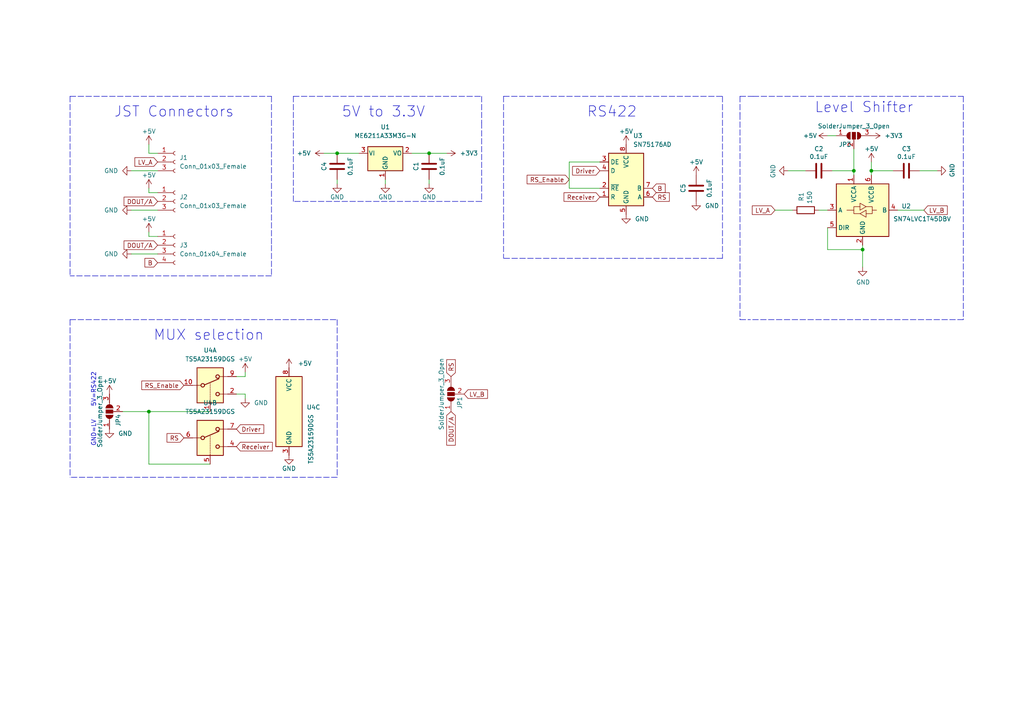
<source format=kicad_sch>
(kicad_sch (version 20211123) (generator eeschema)
  (paper "A4")
  (lib_symbols
    (symbol "Analog_Switch:TS5A23159DGS"
      (property "Reference" "U" (at -5.08 8.89 0))
      (property "Value" "TS5A23159DGS" (at -5.08 6.985 0))
      (symbol "TS5A23159DGS_1_1"
        (rectangle (start -3.81 5.08) (end 3.81 -5.08) (stroke (width 0.254)) (fill (type background)))
        (circle (center -2.159 0) (radius 0.508) (stroke (width 0.254)))
        (polyline (pts (xy -5.08 0) (xy -2.794 0)))
        (polyline (pts (xy -1.651 0.127) (xy 2.54 1.905)) (stroke (width 0.254)))
        (polyline (pts (xy 0 -5.08) (xy 0 -4.572)))
        (polyline (pts (xy 0 -4.318) (xy 0 -4.064)))
        (polyline (pts (xy 0 -3.81) (xy 0 -3.556)))
        (polyline (pts (xy 0 -3.302) (xy 0 -3.048)))
        (polyline (pts (xy 0 -2.794) (xy 0 -2.54)))
        (polyline (pts (xy 0 -2.286) (xy 0 -2.032)))
        (polyline (pts (xy 0 -1.778) (xy 0 -1.524)))
        (polyline (pts (xy 0 -1.27) (xy 0 -1.016)))
        (polyline (pts (xy 0 -0.762) (xy 0 -0.508)))
        (polyline (pts (xy 0 -0.254) (xy 0 0)))
        (polyline (pts (xy 0 0.254) (xy 0 0.508)))
        (polyline (pts (xy 5.08 -2.54) (xy 2.794 -2.54)))
        (polyline (pts (xy 5.08 2.54) (xy 2.794 2.54)))
        (circle (center 2.159 -2.54) (radius 0.508) (stroke (width 0.254)))
        (circle (center 2.159 2.54) (radius 0.508) (stroke (width 0.254)))
        (pin input line (at 0 -7.62 90) (length 2.54) (name "~") (number "1"))
        (pin passive line (at -7.62 0 0) (length 2.54) (name "~") (number "10"))
        (pin passive line (at 7.62 -2.54 180) (length 2.54) (name "~") (number "2"))
        (pin passive line (at 7.62 2.54 180) (length 2.54) (name "~") (number "9"))
      )
      (symbol "TS5A23159DGS_2_1"
        (rectangle (start -3.81 5.08) (end 3.81 -5.08) (stroke (width 0.254)) (fill (type background)))
        (circle (center -2.159 0) (radius 0.508) (stroke (width 0.254)))
        (polyline (pts (xy -5.08 0) (xy -2.794 0)))
        (polyline (pts (xy -1.651 0.127) (xy 2.54 1.905)) (stroke (width 0.254)))
        (polyline (pts (xy 0 -5.08) (xy 0 -4.572)))
        (polyline (pts (xy 0 -4.318) (xy 0 -4.064)))
        (polyline (pts (xy 0 -3.81) (xy 0 -3.556)))
        (polyline (pts (xy 0 -3.302) (xy 0 -3.048)))
        (polyline (pts (xy 0 -2.794) (xy 0 -2.54)))
        (polyline (pts (xy 0 -2.286) (xy 0 -2.032)))
        (polyline (pts (xy 0 -1.778) (xy 0 -1.524)))
        (polyline (pts (xy 0 -1.27) (xy 0 -1.016)))
        (polyline (pts (xy 0 -0.762) (xy 0 -0.508)))
        (polyline (pts (xy 0 -0.254) (xy 0 0)))
        (polyline (pts (xy 0 0.254) (xy 0 0.508)))
        (polyline (pts (xy 5.08 -2.54) (xy 2.794 -2.54)))
        (polyline (pts (xy 5.08 2.54) (xy 2.794 2.54)))
        (circle (center 2.159 -2.54) (radius 0.508) (stroke (width 0.254)))
        (circle (center 2.159 2.54) (radius 0.508) (stroke (width 0.254)))
        (pin passive line (at 7.62 -2.54 180) (length 2.54) (name "~") (number "4"))
        (pin input line (at 0 -7.62 90) (length 2.54) (name "~") (number "5"))
        (pin passive line (at -7.62 0 0) (length 2.54) (name "~") (number "6"))
        (pin passive line (at 7.62 2.54 180) (length 2.54) (name "~") (number "7"))
      )
      (symbol "TS5A23159DGS_3_1"
        (rectangle (start -3.81 10.16) (end 3.81 -10.16) (stroke (width 0.254)) (fill (type background)))
        (pin power_in line (at 0 -12.7 90) (length 2.54) (name "GND") (number "3"))
        (pin power_in line (at 0 12.7 270) (length 2.54) (name "VCC") (number "8"))
      )
    )
    (symbol "Connector:Conn_01x03_Female" (pin_names (offset 1.016) hide)
      (property "Reference" "J" (at 0 5.08 0))
      (property "Value" "Conn_01x03_Female" (at 0 -5.08 0))
      (symbol "Conn_01x03_Female_1_1"
        (arc (start 0 -2.032) (mid -0.508 -2.54) (end 0 -3.048) (stroke (width 0.1524)))
        (polyline (pts (xy -1.27 -2.54) (xy -0.508 -2.54)) (stroke (width 0.1524)))
        (polyline (pts (xy -1.27 0) (xy -0.508 0)) (stroke (width 0.1524)))
        (polyline (pts (xy -1.27 2.54) (xy -0.508 2.54)) (stroke (width 0.1524)))
        (arc (start 0 0.508) (mid -0.508 0) (end 0 -0.508) (stroke (width 0.1524)))
        (arc (start 0 3.048) (mid -0.508 2.54) (end 0 2.032) (stroke (width 0.1524)))
        (pin passive line (at -5.08 2.54 0) (length 3.81) (name "Pin_1") (number "1"))
        (pin passive line (at -5.08 0 0) (length 3.81) (name "Pin_2") (number "2"))
        (pin passive line (at -5.08 -2.54 0) (length 3.81) (name "Pin_3") (number "3"))
      )
    )
    (symbol "Connector:Conn_01x04_Female" (pin_names (offset 1.016) hide)
      (property "Reference" "J" (at 0 5.08 0))
      (property "Value" "Conn_01x04_Female" (at 0 -7.62 0))
      (symbol "Conn_01x04_Female_1_1"
        (arc (start 0 -4.572) (mid -0.508 -5.08) (end 0 -5.588) (stroke (width 0.1524)))
        (arc (start 0 -2.032) (mid -0.508 -2.54) (end 0 -3.048) (stroke (width 0.1524)))
        (polyline (pts (xy -1.27 -5.08) (xy -0.508 -5.08)) (stroke (width 0.1524)))
        (polyline (pts (xy -1.27 -2.54) (xy -0.508 -2.54)) (stroke (width 0.1524)))
        (polyline (pts (xy -1.27 0) (xy -0.508 0)) (stroke (width 0.1524)))
        (polyline (pts (xy -1.27 2.54) (xy -0.508 2.54)) (stroke (width 0.1524)))
        (arc (start 0 0.508) (mid -0.508 0) (end 0 -0.508) (stroke (width 0.1524)))
        (arc (start 0 3.048) (mid -0.508 2.54) (end 0 2.032) (stroke (width 0.1524)))
        (pin passive line (at -5.08 2.54 0) (length 3.81) (name "Pin_1") (number "1"))
        (pin passive line (at -5.08 0 0) (length 3.81) (name "Pin_2") (number "2"))
        (pin passive line (at -5.08 -2.54 0) (length 3.81) (name "Pin_3") (number "3"))
        (pin passive line (at -5.08 -5.08 0) (length 3.81) (name "Pin_4") (number "4"))
      )
    )
    (symbol "Device:C" (pin_numbers hide) (pin_names (offset 0.254))
      (property "Reference" "C" (at 0.635 2.54 0))
      (property "Value" "C" (at 0.635 -2.54 0))
      (symbol "C_0_1"
        (polyline (pts (xy -2.032 -0.762) (xy 2.032 -0.762)) (stroke (width 0.508)))
        (polyline (pts (xy -2.032 0.762) (xy 2.032 0.762)) (stroke (width 0.508)))
      )
      (symbol "C_1_1"
        (pin passive line (at 0 3.81 270) (length 2.794) (name "~") (number "1"))
        (pin passive line (at 0 -3.81 90) (length 2.794) (name "~") (number "2"))
      )
    )
    (symbol "Device:R" (pin_numbers hide) (pin_names (offset 0))
      (property "Reference" "R" (at 2.032 0 90))
      (property "Value" "R" (at 0 0 90))
      (symbol "R_0_1"
        (rectangle (start -1.016 -2.54) (end 1.016 2.54) (stroke (width 0.254)))
      )
      (symbol "R_1_1"
        (pin passive line (at 0 3.81 270) (length 1.27) (name "~") (number "1"))
        (pin passive line (at 0 -3.81 90) (length 1.27) (name "~") (number "2"))
      )
    )
    (symbol "Interface_UART:SN75176AD"
      (property "Reference" "U" (at -4.318 8.89 0))
      (property "Value" "SN75176AD" (at 1.016 8.89 0))
      (symbol "SN75176AD_0_1"
        (rectangle (start -5.08 7.62) (end 5.08 -7.62) (stroke (width 0.254)) (fill (type background)))
      )
      (symbol "SN75176AD_1_1"
        (pin output line (at -7.62 -5.08 0) (length 2.54) (name "R") (number "1"))
        (pin input line (at -7.62 -2.54 0) (length 2.54) (name "~{RE}") (number "2"))
        (pin input line (at -7.62 5.08 0) (length 2.54) (name "DE") (number "3"))
        (pin input line (at -7.62 2.54 0) (length 2.54) (name "D") (number "4"))
        (pin power_in line (at 0 -10.16 90) (length 2.54) (name "GND") (number "5"))
        (pin bidirectional line (at 7.62 -5.08 180) (length 2.54) (name "A") (number "6"))
        (pin bidirectional line (at 7.62 -2.54 180) (length 2.54) (name "B") (number "7"))
        (pin power_in line (at 0 10.16 270) (length 2.54) (name "VCC") (number "8"))
      )
    )
    (symbol "Jumper:SolderJumper_3_Open" (pin_names (offset 0) hide)
      (property "Reference" "JP" (at -2.54 -2.54 0))
      (property "Value" "SolderJumper_3_Open" (at 0 2.794 0))
      (symbol "SolderJumper_3_Open_0_1"
        (arc (start -1.016 1.016) (mid -2.032 0) (end -1.016 -1.016))
        (arc (start -1.016 1.016) (mid -2.032 0) (end -1.016 -1.016) (fill (type outline)))
        (rectangle (start -0.508 1.016) (end 0.508 -1.016) (fill (type outline)))
        (polyline (pts (xy -2.54 0) (xy -2.032 0)))
        (polyline (pts (xy -1.016 1.016) (xy -1.016 -1.016)))
        (polyline (pts (xy 0 -1.27) (xy 0 -1.016)))
        (polyline (pts (xy 1.016 1.016) (xy 1.016 -1.016)))
        (polyline (pts (xy 2.54 0) (xy 2.032 0)))
        (arc (start 1.016 -1.016) (mid 2.032 0) (end 1.016 1.016))
        (arc (start 1.016 -1.016) (mid 2.032 0) (end 1.016 1.016) (fill (type outline)))
      )
      (symbol "SolderJumper_3_Open_1_1"
        (pin passive line (at -5.08 0 0) (length 2.54) (name "A") (number "1"))
        (pin input line (at 0 -3.81 90) (length 2.54) (name "C") (number "2"))
        (pin passive line (at 5.08 0 180) (length 2.54) (name "B") (number "3"))
      )
    )
    (symbol "Logic_LevelTranslator:SN74LVC1T45DBV"
      (property "Reference" "U" (at -6.35 8.89 0))
      (property "Value" "SN74LVC1T45DBV" (at 3.81 8.89 0))
      (symbol "SN74LVC1T45DBV_0_1"
        (rectangle (start -7.62 7.62) (end 7.62 -7.62) (stroke (width 0.254)) (fill (type background)))
        (polyline (pts (xy -2.54 0) (xy -2.54 1.016) (xy -0.762 1.016)))
        (polyline (pts (xy 2.794 0) (xy 2.794 -1.016) (xy 1.016 -1.016)))
        (polyline (pts (xy -0.762 -1.016) (xy -2.54 -1.016) (xy -2.54 0) (xy -4.572 0)))
        (polyline (pts (xy -0.762 0) (xy -0.762 2.032) (xy 1.016 1.016) (xy -0.762 0)))
        (polyline (pts (xy 1.016 1.016) (xy 2.794 1.016) (xy 2.794 0) (xy 4.064 0)))
        (polyline (pts (xy 1.016 0) (xy 1.016 -1.778) (xy 1.016 -2.032) (xy -0.762 -1.016) (xy 1.016 0)))
      )
      (symbol "SN74LVC1T45DBV_1_1"
        (pin power_in line (at -2.54 10.16 270) (length 2.54) (name "VCCA") (number "1"))
        (pin power_in line (at 0 -10.16 90) (length 2.54) (name "GND") (number "2"))
        (pin bidirectional line (at -10.16 0 0) (length 2.54) (name "A") (number "3"))
        (pin bidirectional line (at 10.16 0 180) (length 2.54) (name "B") (number "4"))
        (pin input line (at -10.16 -5.08 0) (length 2.54) (name "DIR") (number "5"))
        (pin power_in line (at 2.54 10.16 270) (length 2.54) (name "VCCB") (number "6"))
      )
    )
    (symbol "Regulator_Linear:AMS1117CD-3.3" (pin_names (offset 0.254))
      (property "Reference" "U" (at -3.81 3.175 0))
      (property "Value" "AMS1117CD-3.3" (at 0 3.175 0))
      (symbol "AMS1117CD-3.3_0_1"
        (rectangle (start -5.08 -5.08) (end 5.08 1.905) (stroke (width 0.254)) (fill (type background)))
      )
      (symbol "AMS1117CD-3.3_1_1"
        (pin power_in line (at 0 -7.62 90) (length 2.54) (name "GND") (number "1"))
        (pin power_out line (at 7.62 0 180) (length 2.54) (name "VO") (number "2"))
        (pin power_in line (at -7.62 0 0) (length 2.54) (name "VI") (number "3"))
      )
    )
    (symbol "power:+3.3V" (power) (pin_names (offset 0))
      (property "Value" "+3.3V" (at 0 3.556 0))
      (symbol "+3.3V_0_1"
        (polyline (pts (xy -0.762 1.27) (xy 0 2.54)))
        (polyline (pts (xy 0 0) (xy 0 2.54)))
        (polyline (pts (xy 0 2.54) (xy 0.762 1.27)))
      )
      (symbol "+3.3V_1_1"
        (pin power_in line (at 0 0 90) (length 0) hide (name "+3V3") (number "1"))
      )
    )
    (symbol "power:+3V3" (power) (pin_names (offset 0))
      (property "Value" "+3V3" (at 0 3.556 0))
      (symbol "+3V3_0_1"
        (polyline (pts (xy -0.762 1.27) (xy 0 2.54)))
        (polyline (pts (xy 0 0) (xy 0 2.54)))
        (polyline (pts (xy 0 2.54) (xy 0.762 1.27)))
      )
      (symbol "+3V3_1_1"
        (pin power_in line (at 0 0 90) (length 0) hide (name "+3V3") (number "1"))
      )
    )
    (symbol "power:+5V" (power) (pin_names (offset 0))
      (property "Value" "+5V" (at 0 3.556 0))
      (symbol "+5V_0_1"
        (polyline (pts (xy -0.762 1.27) (xy 0 2.54)))
        (polyline (pts (xy 0 0) (xy 0 2.54)))
        (polyline (pts (xy 0 2.54) (xy 0.762 1.27)))
      )
      (symbol "+5V_1_1"
        (pin power_in line (at 0 0 90) (length 0) hide (name "+5V") (number "1"))
      )
    )
    (symbol "power:GND" (power) (pin_names (offset 0))
      (property "Value" "GND" (at 0 -3.81 0))
      (symbol "GND_0_1"
        (polyline (pts (xy 0 0) (xy 0 -1.27) (xy 1.27 -1.27) (xy 0 -2.54) (xy -1.27 -1.27) (xy 0 -1.27)))
      )
      (symbol "GND_1_1"
        (pin power_in line (at 0 0 270) (length 0) hide (name "GND") (number "1"))
      )
    )
  )
  (junction (at 97.79 44.45))
  (junction (at 43.18 119.38))
  (junction (at 247.65 49.53))
  (junction (at 124.46 44.45))
  (junction (at 250.19 72.39))
  (junction (at 252.73 49.53))
  (polyline (pts (xy 20.32 92.71) (xy 20.32 138.43)))
  (wire (pts (xy 97.79 52.07) (xy 97.79 53.34)))
  (wire (pts (xy 240.03 39.37) (xy 242.57 39.37)))
  (wire (pts (xy 247.65 43.18) (xy 247.65 49.53)))
  (wire (pts (xy 45.72 68.58) (xy 43.18 68.58)))
  (wire (pts (xy 124.46 53.34) (xy 124.46 52.07)))
  (wire (pts (xy 224.79 60.96) (xy 229.87 60.96)))
  (polyline (pts (xy 20.32 27.94) (xy 78.74 27.94)))
  (wire (pts (xy 250.19 72.39) (xy 240.03 72.39)))
  (polyline (pts (xy 146.05 27.94) (xy 209.55 27.94)))
  (polyline (pts (xy 214.63 33.02) (xy 214.63 92.71)))
  (polyline (pts (xy 214.63 27.94) (xy 214.63 33.02)))
  (polyline (pts (xy 78.74 71.12) (xy 78.74 80.01)))
  (wire (pts (xy 43.18 44.45) (xy 43.18 41.91)))
  (wire (pts (xy 43.18 55.88) (xy 43.18 54.61)))
  (polyline (pts (xy 20.32 71.12) (xy 20.32 80.01)))
  (wire (pts (xy 43.18 134.62) (xy 60.96 134.62)))
  (polyline (pts (xy 20.32 92.71) (xy 97.79 92.71)))
  (wire (pts (xy 45.72 44.45) (xy 43.18 44.45)))
  (wire (pts (xy 124.46 44.45) (xy 129.54 44.45)))
  (wire (pts (xy 43.18 68.58) (xy 43.18 67.31)))
  (wire (pts (xy 35.56 119.38) (xy 43.18 119.38)))
  (wire (pts (xy 68.58 114.3) (xy 71.12 114.3)))
  (polyline (pts (xy 209.55 27.94) (xy 209.55 74.93)))
  (polyline (pts (xy 97.79 92.71) (xy 97.79 138.43)))
  (wire (pts (xy 111.76 52.07) (xy 111.76 53.34)))
  (wire (pts (xy 71.12 109.22) (xy 68.58 109.22)))
  (polyline (pts (xy 214.63 27.94) (xy 218.44 27.94)))
  (wire (pts (xy 119.38 44.45) (xy 124.46 44.45)))
  (wire (pts (xy 247.65 50.8) (xy 247.65 49.53)))
  (wire (pts (xy 38.1 49.53) (xy 45.72 49.53)))
  (wire (pts (xy 165.1 46.99) (xy 165.1 54.61)))
  (wire (pts (xy 71.12 107.95) (xy 71.12 109.22)))
  (wire (pts (xy 250.19 77.47) (xy 250.19 72.39)))
  (polyline (pts (xy 218.44 27.94) (xy 279.4 27.94)))
  (wire (pts (xy 45.72 55.88) (xy 43.18 55.88)))
  (wire (pts (xy 240.03 72.39) (xy 240.03 66.04)))
  (polyline (pts (xy 85.09 58.42) (xy 85.09 36.83)))
  (polyline (pts (xy 214.63 92.71) (xy 217.17 92.71)))
  (polyline (pts (xy 279.4 27.94) (xy 279.4 33.02)))
  (polyline (pts (xy 85.09 27.94) (xy 139.7 27.94)))
  (polyline (pts (xy 78.74 27.94) (xy 78.74 71.12)))
  (wire (pts (xy 271.78 49.53) (xy 266.7 49.53)))
  (polyline (pts (xy 139.7 27.94) (xy 139.7 35.56)))
  (wire (pts (xy 43.18 119.38) (xy 43.18 134.62)))
  (polyline (pts (xy 209.55 74.93) (xy 146.05 74.93)))
  (wire (pts (xy 38.1 73.66) (xy 45.72 73.66)))
  (polyline (pts (xy 78.74 80.01) (xy 20.32 80.01)))
  (polyline (pts (xy 139.7 35.56) (xy 139.7 58.42)))
  (wire (pts (xy 259.08 49.53) (xy 252.73 49.53)))
  (polyline (pts (xy 146.05 27.94) (xy 146.05 74.93)))
  (polyline (pts (xy 85.09 27.94) (xy 85.09 36.83)))
  (wire (pts (xy 93.98 44.45) (xy 97.79 44.45)))
  (wire (pts (xy 165.1 54.61) (xy 173.99 54.61)))
  (wire (pts (xy 252.73 50.8) (xy 252.73 49.53)))
  (wire (pts (xy 250.19 72.39) (xy 250.19 71.12)))
  (polyline (pts (xy 20.32 27.94) (xy 20.32 71.12)))
  (polyline (pts (xy 97.79 138.43) (xy 20.32 138.43)))
  (wire (pts (xy 237.49 60.96) (xy 240.03 60.96)))
  (wire (pts (xy 165.1 46.99) (xy 173.99 46.99)))
  (wire (pts (xy 97.79 44.45) (xy 104.14 44.45)))
  (polyline (pts (xy 279.4 92.71) (xy 217.17 92.71)))
  (polyline (pts (xy 279.4 33.02) (xy 279.4 92.71)))
  (wire (pts (xy 71.12 114.3) (xy 71.12 115.57)))
  (polyline (pts (xy 139.7 58.42) (xy 85.09 58.42)))
  (wire (pts (xy 260.35 60.96) (xy 267.97 60.96)))
  (wire (pts (xy 60.96 119.38) (xy 43.18 119.38)))
  (wire (pts (xy 38.1 60.96) (xy 45.72 60.96)))
  (wire (pts (xy 247.65 49.53) (xy 241.3 49.53)))
  (wire (pts (xy 228.6 49.53) (xy 233.68 49.53)))
  (wire (pts (xy 252.73 46.99) (xy 252.73 49.53)))
  (text "JST Connectors" (at 33.02 34.29 0) (effects (font (size 3 3)) (justify left bottom)))
  (text "5V=RS422" (at 27.94 118.11 90) (effects (font (size 1.27 1.27)) (justify left bottom)))
  (text "RS422" (at 170.18 34.29 0) (effects (font (size 3 3)) (justify left bottom)))
  (text "GND=LV" (at 27.94 129.54 90) (effects (font (size 1.27 1.27)) (justify left bottom)))
  (text "5V to 3.3V" (at 99.06 34.29 0) (effects (font (size 3 3)) (justify left bottom)))
  (text "Level Shifter" (at 236.22 33.02 0) (effects (font (size 3 3)) (justify left bottom)))
  (text "MUX selection" (at 44.45 99.06 0) (effects (font (size 3 3)) (justify left bottom)))
  (global_label "RS" (shape input) (at 53.34 127 180) (property "Intersheet References" "${INTERSHEET_REFS}" (effects hide)))
  (global_label "LV_B" (shape input) (at 267.97 60.96 0) (property "Intersheet References" "${INTERSHEET_REFS}" (effects hide)))
  (global_label "Driver" (shape input) (at 173.99 49.53 180) (property "Intersheet References" "${INTERSHEET_REFS}" (effects hide)))
  (global_label "LV_B" (shape input) (at 134.62 114.3 0) (property "Intersheet References" "${INTERSHEET_REFS}" (effects hide)))
  (global_label "Driver" (shape input) (at 68.58 124.46 0) (property "Intersheet References" "${INTERSHEET_REFS}" (effects hide)))
  (global_label "LV_A" (shape input) (at 45.72 46.99 180) (property "Intersheet References" "${INTERSHEET_REFS}" (effects hide)))
  (global_label "DOUT{slash}A" (shape input) (at 45.72 71.12 180) (property "Intersheet References" "${INTERSHEET_REFS}" (effects hide)))
  (global_label "LV_A" (shape input) (at 224.79 60.96 180) (property "Intersheet References" "${INTERSHEET_REFS}" (effects hide)))
  (global_label "RS" (shape input) (at 130.81 109.22 90) (property "Intersheet References" "${INTERSHEET_REFS}" (effects hide)))
  (global_label "B" (shape input) (at 189.23 54.61 0) (property "Intersheet References" "${INTERSHEET_REFS}" (effects hide)))
  (global_label "B" (shape input) (at 45.72 76.2 180) (property "Intersheet References" "${INTERSHEET_REFS}" (effects hide)))
  (global_label "RS_Enable" (shape input) (at 165.1 52.07 180) (property "Intersheet References" "${INTERSHEET_REFS}" (effects hide)))
  (global_label "RS" (shape input) (at 189.23 57.15 0) (property "Intersheet References" "${INTERSHEET_REFS}" (effects hide)))
  (global_label "DOUT{slash}A" (shape input) (at 130.81 119.38 270) (property "Intersheet References" "${INTERSHEET_REFS}" (effects hide)))
  (global_label "Receiver" (shape input) (at 68.58 129.54 0) (property "Intersheet References" "${INTERSHEET_REFS}" (effects hide)))
  (global_label "RS_Enable" (shape input) (at 53.34 111.76 180) (property "Intersheet References" "${INTERSHEET_REFS}" (effects hide)))
  (global_label "DOUT{slash}A" (shape input) (at 45.72 58.42 180) (property "Intersheet References" "${INTERSHEET_REFS}" (effects hide)))
  (global_label "Receiver" (shape input) (at 173.99 57.15 180) (property "Intersheet References" "${INTERSHEET_REFS}" (effects hide)))
  (symbol (lib_id "Connector:Conn_01x03_Female") (at 50.8 46.99 0) (unit 1)
    (property "Reference" "J1" (at 52.07 45.7199 0) (effects (justify left)))
    (property "Value" "Conn_01x03_Female" (at 52.07 48.2599 0) (effects (justify left)))
    (property "Footprint" "Connector_JST:JST_EH_B3B-EH-A_1x03_P2.50mm_Vertical" (effects hide))
  )
  (symbol (lib_id "power:+5V") (at 83.82 106.68 0) (unit 1)
    (property "Reference" "#PWR0124" (effects hide))
    (property "Value" "+5V" (at 86.36 105.4099 0) (effects (justify left)))
  )
  (symbol (lib_id "power:GND") (at 38.1 73.66 270) (unit 1)
    (property "Reference" "#PWR0117" (effects hide))
    (property "Value" "GND" (at 34.29 73.6599 90) (effects (justify right)))
  )
  (symbol (lib_id "power:+5V") (at 71.12 107.95 0) (unit 1)
    (property "Reference" "#PWR0120" (effects hide))
    (property "Value" "+5V" (at 71.12 104.14 0))
  )
  (symbol (lib_id "Device:C") (at 97.79 48.26 180) (unit 1)
    (property "Reference" "C4" (at 93.98 48.26 90))
    (property "Value" "0.1uF" (at 101.6 48.26 90))
    (property "Footprint" "Capacitor_SMD:C_0603_1608Metric" (effects hide))
  )
  (symbol (lib_id "power:+5V") (at 201.93 50.8 0) (unit 1)
    (property "Reference" "#PWR0123" (effects hide))
    (property "Value" "+5V" (at 201.93 46.99 0))
  )
  (symbol (lib_id "power:GND") (at 31.75 124.46 0) (unit 1)
    (property "Reference" "#PWR0127" (effects hide))
    (property "Value" "GND" (at 34.29 125.7299 0) (effects (justify left)))
  )
  (symbol (lib_id "Device:C") (at 201.93 54.61 180) (unit 1)
    (property "Reference" "C5" (at 198.12 54.61 90))
    (property "Value" "0.1uF" (at 205.74 54.61 90))
    (property "Footprint" "Capacitor_SMD:C_0603_1608Metric" (effects hide))
  )
  (symbol (lib_id "power:GND") (at 83.82 132.08 0) (unit 1)
    (property "Reference" "#PWR0125" (effects hide))
    (property "Value" "GND" (at 83.82 135.89 0))
  )
  (symbol (lib_id "power:GND") (at 181.61 62.23 0) (unit 1)
    (property "Reference" "#PWR0119" (effects hide))
    (property "Value" "GND" (at 184.15 63.4999 0) (effects (justify left)))
  )
  (symbol (lib_id "Device:C") (at 237.49 49.53 270) (unit 1)
    (property "Reference" "C2" (at 237.49 43.18 90))
    (property "Value" "0.1uF" (at 237.49 45.4406 90))
    (property "Footprint" "Capacitor_SMD:C_0603_1608Metric" (effects hide))
  )
  (symbol (lib_id "Device:C") (at 124.46 48.26 180) (unit 1)
    (property "Reference" "C1" (at 120.65 48.26 90))
    (property "Value" "0.1uF" (at 128.27 48.26 90))
    (property "Footprint" "Capacitor_SMD:C_0603_1608Metric" (effects hide))
  )
  (symbol (lib_id "Analog_Switch:TS5A23159DGS") (at 60.96 111.76 0) (unit 1)
    (property "Reference" "U4" (at 60.96 101.6 0))
    (property "Value" "TS5A23159DGS" (at 60.96 104.14 0))
    (property "Footprint" "Package_SO:VSSOP-10_3x3mm_P0.5mm" (effects hide))
    (property "Datasheet" "http://www.ti.com/lit/ds/symlink/ts5a23159.pdf" (effects hide))
  )
  (symbol (lib_id "power:GND") (at 250.19 77.47 0) (unit 1)
    (property "Reference" "#PWR0110" (effects hide))
    (property "Value" "GND" (at 250.317 81.8642 0))
  )
  (symbol (lib_id "power:+3V3") (at 252.73 39.37 270) (unit 1)
    (property "Reference" "#PWR0106" (effects hide))
    (property "Value" "+3V3" (at 256.54 39.3699 90) (effects (justify left)))
  )
  (symbol (lib_id "power:GND") (at 111.76 53.34 0) (unit 1)
    (property "Reference" "#PWR0114" (effects hide))
    (property "Value" "GND" (at 111.76 57.15 0))
  )
  (symbol (lib_id "power:+3.3V") (at 129.54 44.45 270) (unit 1)
    (property "Reference" "#PWR0112" (effects hide))
    (property "Value" "+3.3V" (at 133.35 44.4499 90) (effects (justify left)))
  )
  (symbol (lib_id "power:GND") (at 124.46 53.34 0) (unit 1)
    (property "Reference" "#PWR0113" (effects hide))
    (property "Value" "GND" (at 124.46 57.15 0))
  )
  (symbol (lib_id "power:GND") (at 71.12 115.57 0) (unit 1)
    (property "Reference" "#PWR0121" (effects hide))
    (property "Value" "GND" (at 73.66 116.8399 0) (effects (justify left)))
  )
  (symbol (lib_id "Jumper:SolderJumper_3_Open") (at 31.75 119.38 90) (unit 1)
    (property "Reference" "JP4" (at 34.29 121.92 0))
    (property "Value" "SolderJumper_3_Open" (at 28.956 119.38 0))
    (property "Footprint" "Jumper:SolderJumper-3_P1.3mm_Open_Pad1.0x1.5mm" (effects hide))
  )
  (symbol (lib_id "Logic_LevelTranslator:SN74LVC1T45DBV") (at 250.19 60.96 0) (unit 1)
    (property "Reference" "U2" (at 261.4676 59.7916 0) (effects (justify left)))
    (property "Value" "SN74LVC1T45DBV" (at 259.08 63.5 0) (effects (justify left)))
    (property "Footprint" "Package_TO_SOT_SMD:SOT-23-6" (effects hide))
    (property "Datasheet" "http://www.ti.com/lit/ds/symlink/sn74lvc1t45.pdf" (effects hide))
  )
  (symbol (lib_id "Jumper:SolderJumper_3_Open") (at 130.81 114.3 90) (unit 1)
    (property "Reference" "JP1" (at 133.35 116.84 0))
    (property "Value" "SolderJumper_3_Open" (at 128.016 114.3 0))
    (property "Footprint" "Jumper:SolderJumper-3_P1.3mm_Open_Pad1.0x1.5mm" (effects hide))
  )
  (symbol (lib_id "power:GND") (at 201.93 58.42 0) (unit 1)
    (property "Reference" "#PWR0122" (effects hide))
    (property "Value" "GND" (at 204.47 59.6899 0) (effects (justify left)))
  )
  (symbol (lib_id "power:GND") (at 271.78 49.53 90) (unit 1)
    (property "Reference" "#PWR0107" (effects hide))
    (property "Value" "GND" (at 276.1742 49.403 0))
  )
  (symbol (lib_id "power:+5V") (at 240.03 39.37 90) (unit 1)
    (property "Reference" "#PWR0109" (effects hide))
    (property "Value" "+5V" (at 234.95 39.37 90))
  )
  (symbol (lib_id "power:+5V") (at 43.18 54.61 0) (unit 1)
    (property "Reference" "#PWR0105" (effects hide))
    (property "Value" "+5V" (at 43.18 50.8 0))
  )
  (symbol (lib_id "power:+5V") (at 93.98 44.45 90) (unit 1)
    (property "Reference" "#PWR0104" (effects hide))
    (property "Value" "+5V" (at 90.17 44.4499 90) (effects (justify left)))
  )
  (symbol (lib_id "power:GND") (at 228.6 49.53 270) (unit 1)
    (property "Reference" "#PWR0111" (effects hide))
    (property "Value" "GND" (at 224.2058 49.657 0))
  )
  (symbol (lib_id "Analog_Switch:TS5A23159DGS") (at 60.96 127 0) (unit 2)
    (property "Reference" "U4" (at 60.96 116.84 0))
    (property "Value" "TS5A23159DGS" (at 60.96 119.38 0))
    (property "Footprint" "Package_SO:VSSOP-10_3x3mm_P0.5mm" (effects hide))
    (property "Datasheet" "http://www.ti.com/lit/ds/symlink/ts5a23159.pdf" (effects hide))
  )
  (symbol (lib_id "Device:R") (at 233.68 60.96 90) (unit 1)
    (property "Reference" "R1" (at 232.41 58.42 0) (effects (justify left)))
    (property "Value" "150" (at 234.823 59.182 0) (effects (justify left)))
    (property "Footprint" "Resistor_SMD:R_0603_1608Metric" (effects hide))
  )
  (symbol (lib_id "power:GND") (at 38.1 60.96 270) (unit 1)
    (property "Reference" "#PWR0101" (effects hide))
    (property "Value" "GND" (at 34.29 60.9599 90) (effects (justify right)))
  )
  (symbol (lib_id "Connector:Conn_01x04_Female") (at 50.8 71.12 0) (unit 1)
    (property "Reference" "J3" (at 52.07 71.1199 0) (effects (justify left)))
    (property "Value" "Conn_01x04_Female" (at 52.07 73.6599 0) (effects (justify left)))
    (property "Footprint" "Connector_JST:JST_EH_B4B-EH-A_1x04_P2.50mm_Vertical" (effects hide))
  )
  (symbol (lib_id "power:GND") (at 97.79 53.34 0) (unit 1)
    (property "Reference" "#PWR0115" (effects hide))
    (property "Value" "GND" (at 97.79 57.15 0))
  )
  (symbol (lib_id "power:+5V") (at 43.18 41.91 0) (unit 1)
    (property "Reference" "#PWR0103" (effects hide))
    (property "Value" "+5V" (at 43.18 38.1 0))
  )
  (symbol (lib_id "Regulator_Linear:AMS1117CD-3.3") (at 111.76 44.45 0) (unit 1)
    (property "Reference" "U1" (at 111.76 36.83 0))
    (property "Value" "ME6211A33M3G-N" (at 111.76 39.37 0))
    (property "Footprint" "Package_TO_SOT_SMD:SOT-23" (effects hide))
    (property "Datasheet" "http://www.advanced-monolithic.com/pdf/ds1117.pdf" (effects hide))
  )
  (symbol (lib_id "power:GND") (at 38.1 49.53 270) (unit 1)
    (property "Reference" "#PWR0102" (effects hide))
    (property "Value" "GND" (at 34.29 49.5299 90) (effects (justify right)))
  )
  (symbol (lib_id "power:+5V") (at 31.75 114.3 0) (unit 1)
    (property "Reference" "#PWR0126" (effects hide))
    (property "Value" "+5V" (at 31.75 110.49 0))
  )
  (symbol (lib_id "power:+5V") (at 43.18 67.31 0) (unit 1)
    (property "Reference" "#PWR0116" (effects hide))
    (property "Value" "+5V" (at 43.18 63.5 0))
  )
  (symbol (lib_id "Analog_Switch:TS5A23159DGS") (at 83.82 119.38 0) (unit 3)
    (property "Reference" "U4" (at 88.9 118.1099 0) (effects (justify left)))
    (property "Value" "TS5A23159DGS" (at 90.17 134.62 90) (effects (justify left)))
    (property "Footprint" "Package_SO:VSSOP-10_3x3mm_P0.5mm" (effects hide))
    (property "Datasheet" "http://www.ti.com/lit/ds/symlink/ts5a23159.pdf" (effects hide))
  )
  (symbol (lib_id "Interface_UART:SN75176AD") (at 181.61 52.07 0) (unit 1)
    (property "Reference" "U3" (at 183.6294 39.37 0) (effects (justify left)))
    (property "Value" "SN75176AD" (at 183.6294 41.91 0) (effects (justify left)))
    (property "Footprint" "Package_SO:SOIC-8_3.9x4.9mm_P1.27mm" (effects hide))
    (property "Datasheet" "http://www.ti.com/lit/ds/symlink/sn75176a.pdf" (effects hide))
  )
  (symbol (lib_id "Device:C") (at 262.89 49.53 270) (unit 1)
    (property "Reference" "C3" (at 262.89 43.18 90))
    (property "Value" "0.1uF" (at 262.89 45.4406 90))
    (property "Footprint" "Capacitor_SMD:C_0603_1608Metric" (effects hide))
  )
  (symbol (lib_id "Jumper:SolderJumper_3_Open") (at 247.65 39.37 0) (unit 1)
    (property "Reference" "JP3" (at 245.11 41.91 0))
    (property "Value" "SolderJumper_3_Open" (at 247.65 36.576 0))
    (property "Footprint" "Jumper:SolderJumper-3_P1.3mm_Open_Pad1.0x1.5mm" (effects hide))
  )
  (symbol (lib_id "power:+5V") (at 181.61 41.91 0) (unit 1)
    (property "Reference" "#PWR0118" (effects hide))
    (property "Value" "+5V" (at 181.61 38.1 0))
  )
  (symbol (lib_id "Connector:Conn_01x03_Female") (at 50.8 58.42 0) (unit 1)
    (property "Reference" "J2" (at 52.07 57.1499 0) (effects (justify left)))
    (property "Value" "Conn_01x03_Female" (at 52.07 59.6899 0) (effects (justify left)))
    (property "Footprint" "Connector_JST:JST_EH_B3B-EH-A_1x03_P2.50mm_Vertical" (effects hide))
  )
  (symbol (lib_id "power:+5V") (at 252.73 46.99 0) (unit 1)
    (property "Reference" "#PWR?" (effects hide))
    (property "Value" "+5V" (at 252.73 43.18 0))
  )
)
</source>
